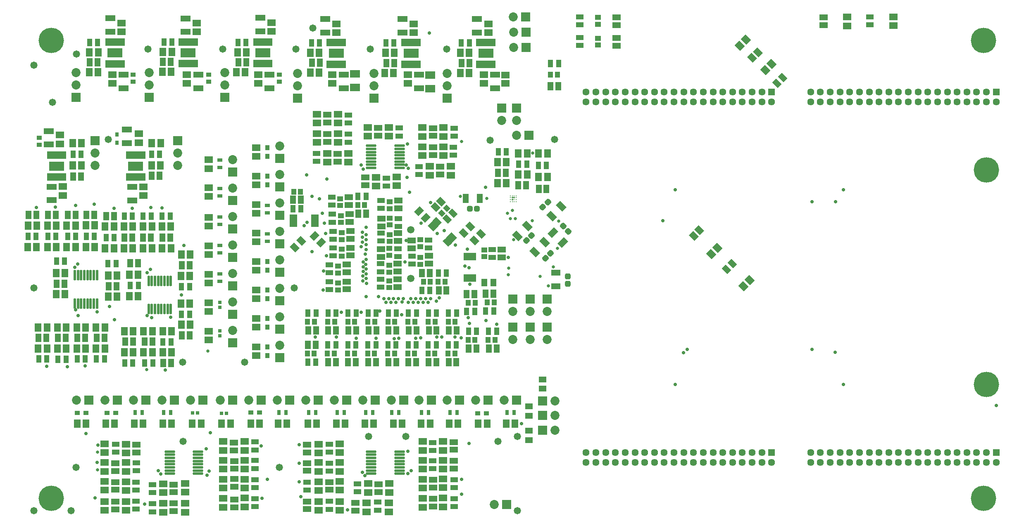
<source format=gbr>
G04*
G04 #@! TF.GenerationSoftware,Altium Limited,Altium Designer,22.4.2 (48)*
G04*
G04 Layer_Color=16711935*
%FSLAX25Y25*%
%MOIN*%
G70*
G04*
G04 #@! TF.SameCoordinates,2DCEC4E4-29E6-4739-8FF7-65C193B2F985*
G04*
G04*
G04 #@! TF.FilePolarity,Negative*
G04*
G01*
G75*
G04:AMPARAMS|DCode=29|XSize=62.72mil|YSize=43.83mil|CornerRadius=0mil|HoleSize=0mil|Usage=FLASHONLY|Rotation=135.000|XOffset=0mil|YOffset=0mil|HoleType=Round|Shape=Rectangle|*
%AMROTATEDRECTD29*
4,1,4,0.03767,-0.00668,0.00668,-0.03767,-0.03767,0.00668,-0.00668,0.03767,0.03767,-0.00668,0.0*
%
%ADD29ROTATEDRECTD29*%

G04:AMPARAMS|DCode=30|XSize=46.98mil|YSize=38.71mil|CornerRadius=0mil|HoleSize=0mil|Usage=FLASHONLY|Rotation=315.000|XOffset=0mil|YOffset=0mil|HoleType=Round|Shape=Rectangle|*
%AMROTATEDRECTD30*
4,1,4,-0.03029,0.00292,-0.00292,0.03029,0.03029,-0.00292,0.00292,-0.03029,-0.03029,0.00292,0.0*
%
%ADD30ROTATEDRECTD30*%

G04:AMPARAMS|DCode=31|XSize=65.87mil|YSize=48.16mil|CornerRadius=0mil|HoleSize=0mil|Usage=FLASHONLY|Rotation=315.000|XOffset=0mil|YOffset=0mil|HoleType=Round|Shape=Rectangle|*
%AMROTATEDRECTD31*
4,1,4,-0.04032,0.00626,-0.00626,0.04032,0.04032,-0.00626,0.00626,-0.04032,-0.04032,0.00626,0.0*
%
%ADD31ROTATEDRECTD31*%

%ADD35R,0.06587X0.04816*%
%ADD36R,0.06272X0.04383*%
%ADD37R,0.06509X0.05328*%
%ADD38R,0.04698X0.03871*%
%ADD39C,0.05906*%
%ADD40C,0.07296*%
%ADD41R,0.07296X0.07296*%
%ADD42R,0.07296X0.07296*%
%ADD43R,0.05678X0.05678*%
%ADD44C,0.05678*%
%ADD45C,0.02800*%
%ADD46C,0.20485*%
%ADD47C,0.02600*%
%ADD48C,0.05800*%
%ADD75C,0.00800*%
%ADD88R,0.03150X0.03543*%
%ADD89R,0.03543X0.03937*%
%ADD90R,0.02648X0.02707*%
%ADD91R,0.03937X0.02953*%
%ADD96R,0.02953X0.03937*%
%ADD97R,0.03937X0.03543*%
%ADD98R,0.02707X0.02648*%
%ADD113R,0.03871X0.04698*%
G04:AMPARAMS|DCode=114|XSize=65.09mil|YSize=53.28mil|CornerRadius=0mil|HoleSize=0mil|Usage=FLASHONLY|Rotation=315.000|XOffset=0mil|YOffset=0mil|HoleType=Round|Shape=Rectangle|*
%AMROTATEDRECTD114*
4,1,4,-0.04185,0.00418,-0.00418,0.04185,0.04185,-0.00418,0.00418,-0.04185,-0.04185,0.00418,0.0*
%
%ADD114ROTATEDRECTD114*%

%ADD115R,0.04816X0.06587*%
%ADD116R,0.04383X0.06272*%
%ADD117O,0.02178X0.08674*%
G04:AMPARAMS|DCode=118|XSize=63.12mil|YSize=19.81mil|CornerRadius=0mil|HoleSize=0mil|Usage=FLASHONLY|Rotation=135.000|XOffset=0mil|YOffset=0mil|HoleType=Round|Shape=Rectangle|*
%AMROTATEDRECTD118*
4,1,4,0.02932,-0.01531,0.01531,-0.02932,-0.02932,0.01531,-0.01531,0.02932,0.02932,-0.01531,0.0*
%
%ADD118ROTATEDRECTD118*%

G04:AMPARAMS|DCode=119|XSize=47.37mil|YSize=46.19mil|CornerRadius=13.55mil|HoleSize=0mil|Usage=FLASHONLY|Rotation=180.000|XOffset=0mil|YOffset=0mil|HoleType=Round|Shape=RoundedRectangle|*
%AMROUNDEDRECTD119*
21,1,0.04737,0.01909,0,0,180.0*
21,1,0.02028,0.04619,0,0,180.0*
1,1,0.02709,-0.01014,0.00955*
1,1,0.02709,0.01014,0.00955*
1,1,0.02709,0.01014,-0.00955*
1,1,0.02709,-0.01014,-0.00955*
%
%ADD119ROUNDEDRECTD119*%
%ADD120R,0.07965X0.05013*%
%ADD121R,0.07887X0.05918*%
%ADD122R,0.05131X0.07296*%
%ADD123R,0.06509X0.05524*%
G04:AMPARAMS|DCode=124|XSize=63.12mil|YSize=49.34mil|CornerRadius=0mil|HoleSize=0mil|Usage=FLASHONLY|Rotation=135.000|XOffset=0mil|YOffset=0mil|HoleType=Round|Shape=Rectangle|*
%AMROTATEDRECTD124*
4,1,4,0.03976,-0.00487,0.00487,-0.03976,-0.03976,0.00487,-0.00487,0.03976,0.03976,-0.00487,0.0*
%
%ADD124ROTATEDRECTD124*%

%ADD125R,0.04343X0.03359*%
%ADD126R,0.02572X0.06410*%
%ADD127R,0.12402X0.07702*%
%ADD128O,0.08674X0.02178*%
%ADD129R,0.01981X0.06312*%
%ADD130R,0.06312X0.01981*%
%ADD131R,0.05328X0.06509*%
%ADD132R,0.06312X0.04934*%
%ADD133R,0.04934X0.06312*%
G04:AMPARAMS|DCode=134|XSize=63.12mil|YSize=49.34mil|CornerRadius=0mil|HoleSize=0mil|Usage=FLASHONLY|Rotation=225.000|XOffset=0mil|YOffset=0mil|HoleType=Round|Shape=Rectangle|*
%AMROTATEDRECTD134*
4,1,4,0.00487,0.03976,0.03976,0.00487,-0.00487,-0.03976,-0.03976,-0.00487,0.00487,0.03976,0.0*
%
%ADD134ROTATEDRECTD134*%

G04:AMPARAMS|DCode=135|XSize=47.37mil|YSize=46.19mil|CornerRadius=13.55mil|HoleSize=0mil|Usage=FLASHONLY|Rotation=45.000|XOffset=0mil|YOffset=0mil|HoleType=Round|Shape=RoundedRectangle|*
%AMROUNDEDRECTD135*
21,1,0.04737,0.01909,0,0,45.0*
21,1,0.02028,0.04619,0,0,45.0*
1,1,0.02709,0.01392,0.00042*
1,1,0.02709,-0.00042,-0.01392*
1,1,0.02709,-0.01392,-0.00042*
1,1,0.02709,0.00042,0.01392*
%
%ADD135ROUNDEDRECTD135*%
G04:AMPARAMS|DCode=136|XSize=47.37mil|YSize=46.19mil|CornerRadius=13.55mil|HoleSize=0mil|Usage=FLASHONLY|Rotation=315.000|XOffset=0mil|YOffset=0mil|HoleType=Round|Shape=RoundedRectangle|*
%AMROUNDEDRECTD136*
21,1,0.04737,0.01909,0,0,315.0*
21,1,0.02028,0.04619,0,0,315.0*
1,1,0.02709,0.00042,-0.01392*
1,1,0.02709,-0.01392,0.00042*
1,1,0.02709,-0.00042,0.01392*
1,1,0.02709,0.01392,-0.00042*
%
%ADD136ROUNDEDRECTD136*%
G04:AMPARAMS|DCode=137|XSize=47.37mil|YSize=46.19mil|CornerRadius=13.55mil|HoleSize=0mil|Usage=FLASHONLY|Rotation=270.000|XOffset=0mil|YOffset=0mil|HoleType=Round|Shape=RoundedRectangle|*
%AMROUNDEDRECTD137*
21,1,0.04737,0.01909,0,0,270.0*
21,1,0.02028,0.04619,0,0,270.0*
1,1,0.02709,-0.00955,-0.01014*
1,1,0.02709,-0.00955,0.01014*
1,1,0.02709,0.00955,0.01014*
1,1,0.02709,0.00955,-0.01014*
%
%ADD137ROUNDEDRECTD137*%
G04:AMPARAMS|DCode=138|XSize=72.96mil|YSize=51.31mil|CornerRadius=0mil|HoleSize=0mil|Usage=FLASHONLY|Rotation=135.000|XOffset=0mil|YOffset=0mil|HoleType=Round|Shape=Rectangle|*
%AMROTATEDRECTD138*
4,1,4,0.04394,-0.00766,0.00766,-0.04394,-0.04394,0.00766,-0.00766,0.04394,0.04394,-0.00766,0.0*
%
%ADD138ROTATEDRECTD138*%

G04:AMPARAMS|DCode=139|XSize=72.96mil|YSize=51.31mil|CornerRadius=0mil|HoleSize=0mil|Usage=FLASHONLY|Rotation=45.000|XOffset=0mil|YOffset=0mil|HoleType=Round|Shape=Rectangle|*
%AMROTATEDRECTD139*
4,1,4,-0.00766,-0.04394,-0.04394,-0.00766,0.00766,0.04394,0.04394,0.00766,-0.00766,-0.04394,0.0*
%
%ADD139ROTATEDRECTD139*%

%ADD140R,0.07296X0.05131*%
%ADD141C,0.01400*%
D29*
X578283Y219783D02*
D03*
X573717Y215217D02*
D03*
X348430Y255805D02*
D03*
X352996Y260371D02*
D03*
X614424Y365478D02*
D03*
X618989Y370044D02*
D03*
D30*
X343977Y260454D02*
D03*
X347874Y264351D02*
D03*
D31*
X551727Y246727D02*
D03*
X547273Y242273D02*
D03*
X598934Y390488D02*
D03*
X594479Y386034D02*
D03*
X343389Y269768D02*
D03*
X338934Y265314D02*
D03*
D35*
X652000Y418799D02*
D03*
Y412500D02*
D03*
X336948Y313870D02*
D03*
Y307571D02*
D03*
X342780Y291690D02*
D03*
Y297990D02*
D03*
X251757Y340018D02*
D03*
Y333719D02*
D03*
X353791Y54130D02*
D03*
Y60429D02*
D03*
X336940Y329269D02*
D03*
Y322970D02*
D03*
X353791Y75599D02*
D03*
Y69300D02*
D03*
X336948Y38850D02*
D03*
Y45150D02*
D03*
Y23359D02*
D03*
Y29658D02*
D03*
X80754Y52056D02*
D03*
Y58355D02*
D03*
X235500Y58599D02*
D03*
Y52300D02*
D03*
X253408Y36988D02*
D03*
Y43287D02*
D03*
X235500Y21300D02*
D03*
Y27599D02*
D03*
X274254Y20143D02*
D03*
Y26443D02*
D03*
X176638Y22774D02*
D03*
Y29073D02*
D03*
Y39350D02*
D03*
Y45650D02*
D03*
X127750Y19850D02*
D03*
Y26150D02*
D03*
X80759Y21162D02*
D03*
Y27461D02*
D03*
X282250Y283130D02*
D03*
Y289429D02*
D03*
X127750Y34972D02*
D03*
Y41272D02*
D03*
X293092Y41588D02*
D03*
Y35288D02*
D03*
X251750Y324370D02*
D03*
Y318071D02*
D03*
X260067Y302265D02*
D03*
Y308564D02*
D03*
X292852Y329429D02*
D03*
Y323130D02*
D03*
X235500Y67020D02*
D03*
Y73319D02*
D03*
X97662Y67020D02*
D03*
Y73319D02*
D03*
X176500Y75237D02*
D03*
Y68938D02*
D03*
X80754Y36988D02*
D03*
Y43287D02*
D03*
X176638Y53992D02*
D03*
Y60291D02*
D03*
X485049Y395941D02*
D03*
Y402240D02*
D03*
Y412350D02*
D03*
Y418650D02*
D03*
X392294Y231096D02*
D03*
X392294Y224797D02*
D03*
X333625Y226008D02*
D03*
Y219709D02*
D03*
X319750Y232250D02*
D03*
Y238549D02*
D03*
X269142Y273482D02*
D03*
Y267183D02*
D03*
X308875Y270907D02*
D03*
Y264608D02*
D03*
X267250Y219008D02*
D03*
Y212709D02*
D03*
X295202Y256053D02*
D03*
Y249753D02*
D03*
X295000Y231563D02*
D03*
Y225264D02*
D03*
X267253Y205298D02*
D03*
Y198998D02*
D03*
X269537Y259766D02*
D03*
Y253467D02*
D03*
X270250Y232624D02*
D03*
Y226325D02*
D03*
X270250Y246008D02*
D03*
Y239709D02*
D03*
X308500Y207224D02*
D03*
Y200925D02*
D03*
Y213425D02*
D03*
Y219724D02*
D03*
X308750Y244549D02*
D03*
Y238250D02*
D03*
D36*
X455250Y402457D02*
D03*
Y396000D02*
D03*
Y419165D02*
D03*
Y412709D02*
D03*
X384750Y231291D02*
D03*
X384750Y224835D02*
D03*
X319875Y219492D02*
D03*
Y225949D02*
D03*
X333500Y238766D02*
D03*
Y232309D02*
D03*
X255392Y266967D02*
D03*
Y273423D02*
D03*
X295125Y264392D02*
D03*
Y270848D02*
D03*
X253500Y212492D02*
D03*
Y218949D02*
D03*
X308952Y249813D02*
D03*
Y256269D02*
D03*
X308750Y225323D02*
D03*
Y231780D02*
D03*
X253503Y198782D02*
D03*
Y205239D02*
D03*
X255787Y253250D02*
D03*
Y259707D02*
D03*
X256500Y226108D02*
D03*
Y232565D02*
D03*
X256500Y239492D02*
D03*
Y245949D02*
D03*
X294750Y200709D02*
D03*
Y207165D02*
D03*
Y219665D02*
D03*
Y213209D02*
D03*
X295000Y244490D02*
D03*
Y238034D02*
D03*
X689221Y412640D02*
D03*
Y419097D02*
D03*
X353448Y307492D02*
D03*
Y313949D02*
D03*
X325781Y298206D02*
D03*
Y291749D02*
D03*
X268757Y333503D02*
D03*
Y339959D02*
D03*
X336791Y60508D02*
D03*
Y54051D02*
D03*
X353940Y322754D02*
D03*
Y329210D02*
D03*
X336791Y68722D02*
D03*
Y75178D02*
D03*
X353948Y45102D02*
D03*
Y38645D02*
D03*
Y29756D02*
D03*
Y23300D02*
D03*
X97819Y58815D02*
D03*
Y52359D02*
D03*
X253250Y52115D02*
D03*
Y58572D02*
D03*
X235343Y43228D02*
D03*
Y36772D02*
D03*
X253250Y27678D02*
D03*
Y21221D02*
D03*
X292254Y27021D02*
D03*
Y20565D02*
D03*
X193246Y29756D02*
D03*
Y23300D02*
D03*
Y45228D02*
D03*
Y38772D02*
D03*
X110750Y25728D02*
D03*
Y19272D02*
D03*
X97509Y21359D02*
D03*
Y27815D02*
D03*
X299250Y288933D02*
D03*
Y282476D02*
D03*
X110750Y41213D02*
D03*
Y34756D02*
D03*
X276092Y35347D02*
D03*
Y41804D02*
D03*
X268750Y317854D02*
D03*
Y324311D02*
D03*
X243067Y308781D02*
D03*
Y302324D02*
D03*
X309852Y322913D02*
D03*
Y329370D02*
D03*
X253250Y73898D02*
D03*
Y67441D02*
D03*
X80912Y73898D02*
D03*
Y67441D02*
D03*
X193246Y69273D02*
D03*
Y75730D02*
D03*
X97509Y43228D02*
D03*
Y36772D02*
D03*
X193246Y60646D02*
D03*
Y54189D02*
D03*
D37*
X671000Y419043D02*
D03*
X671000Y411957D02*
D03*
X345448Y314264D02*
D03*
Y307177D02*
D03*
X334280Y291297D02*
D03*
Y298383D02*
D03*
X260257Y340412D02*
D03*
Y333325D02*
D03*
X345041Y53736D02*
D03*
Y60823D02*
D03*
X345440Y329663D02*
D03*
Y322576D02*
D03*
X345041Y75993D02*
D03*
Y68907D02*
D03*
Y38771D02*
D03*
Y45857D02*
D03*
Y23236D02*
D03*
Y30323D02*
D03*
X89250Y51906D02*
D03*
Y58992D02*
D03*
X261750Y51906D02*
D03*
Y58992D02*
D03*
X244750Y36457D02*
D03*
Y43543D02*
D03*
Y20406D02*
D03*
Y27492D02*
D03*
X301504Y19250D02*
D03*
Y26336D02*
D03*
X184991Y23236D02*
D03*
Y30323D02*
D03*
Y38457D02*
D03*
Y45543D02*
D03*
X119250Y18957D02*
D03*
Y26043D02*
D03*
X89255Y20406D02*
D03*
Y27492D02*
D03*
X291000Y282457D02*
D03*
Y289543D02*
D03*
X119250Y41823D02*
D03*
Y34736D02*
D03*
X284592Y41981D02*
D03*
Y34895D02*
D03*
X260250Y324764D02*
D03*
Y317677D02*
D03*
X251567Y301828D02*
D03*
Y308915D02*
D03*
X301352Y329822D02*
D03*
Y322736D02*
D03*
X244750Y73934D02*
D03*
Y66847D02*
D03*
X89250D02*
D03*
Y73934D02*
D03*
X184991Y75993D02*
D03*
Y68907D02*
D03*
X89250Y36457D02*
D03*
Y43543D02*
D03*
X184991Y53736D02*
D03*
Y60823D02*
D03*
X708500Y419087D02*
D03*
Y412000D02*
D03*
X328448Y314264D02*
D03*
Y307177D02*
D03*
X351280Y291297D02*
D03*
Y298383D02*
D03*
X243257Y340412D02*
D03*
Y333325D02*
D03*
X328750Y53736D02*
D03*
Y60823D02*
D03*
X328439Y329663D02*
D03*
Y322576D02*
D03*
X328750Y76037D02*
D03*
Y68950D02*
D03*
Y22965D02*
D03*
Y30052D02*
D03*
X72004Y51906D02*
D03*
Y58992D02*
D03*
X244750D02*
D03*
Y51906D02*
D03*
X261750Y36736D02*
D03*
Y43823D02*
D03*
Y20406D02*
D03*
Y27492D02*
D03*
X283254Y26336D02*
D03*
Y19250D02*
D03*
X167746Y22965D02*
D03*
Y30052D02*
D03*
Y38457D02*
D03*
Y45543D02*
D03*
X137000Y18957D02*
D03*
Y26043D02*
D03*
X72009Y20406D02*
D03*
Y27492D02*
D03*
X307750Y282736D02*
D03*
Y289823D02*
D03*
X137000Y35016D02*
D03*
Y42102D02*
D03*
X301592Y34895D02*
D03*
Y41981D02*
D03*
X243250Y324764D02*
D03*
Y317677D02*
D03*
X268567Y301828D02*
D03*
Y308915D02*
D03*
X284352Y329822D02*
D03*
Y322736D02*
D03*
X261750Y67126D02*
D03*
Y74213D02*
D03*
X72004Y67126D02*
D03*
Y74213D02*
D03*
X167746Y76037D02*
D03*
Y68950D02*
D03*
X72004Y36736D02*
D03*
Y43823D02*
D03*
X167746Y53736D02*
D03*
Y60823D02*
D03*
X206651Y407397D02*
D03*
Y414484D02*
D03*
X85823Y407104D02*
D03*
Y414191D02*
D03*
X259129Y406501D02*
D03*
Y413588D02*
D03*
X146500Y407006D02*
D03*
Y414092D02*
D03*
X321500Y406501D02*
D03*
Y413588D02*
D03*
X381646Y406501D02*
D03*
Y413588D02*
D03*
X38437Y274886D02*
D03*
Y281973D02*
D03*
X103250Y274736D02*
D03*
Y281823D02*
D03*
X196000Y372543D02*
D03*
Y365457D02*
D03*
X78500Y372543D02*
D03*
Y365457D02*
D03*
X255629Y372588D02*
D03*
Y365501D02*
D03*
X138500Y372543D02*
D03*
Y365457D02*
D03*
X316668Y372564D02*
D03*
Y365478D02*
D03*
X378000Y372564D02*
D03*
Y365478D02*
D03*
X35937Y323693D02*
D03*
Y316606D02*
D03*
X99658Y324693D02*
D03*
Y317606D02*
D03*
X194279Y145374D02*
D03*
Y152461D02*
D03*
Y168374D02*
D03*
Y175461D02*
D03*
Y191374D02*
D03*
Y198461D02*
D03*
Y214374D02*
D03*
Y221461D02*
D03*
Y260374D02*
D03*
Y267461D02*
D03*
X155927Y250022D02*
D03*
Y257109D02*
D03*
Y204022D02*
D03*
Y211109D02*
D03*
X194279Y237374D02*
D03*
Y244461D02*
D03*
X155927Y296566D02*
D03*
Y303652D02*
D03*
Y274022D02*
D03*
Y281109D02*
D03*
X194279Y283374D02*
D03*
Y290461D02*
D03*
Y306374D02*
D03*
Y313461D02*
D03*
X155927Y158022D02*
D03*
Y165109D02*
D03*
Y181022D02*
D03*
Y188109D02*
D03*
Y234109D02*
D03*
Y227022D02*
D03*
X328750Y38457D02*
D03*
Y45543D02*
D03*
D38*
X470000Y401847D02*
D03*
Y396335D02*
D03*
X470000Y418756D02*
D03*
X470000Y413244D02*
D03*
X378258Y225331D02*
D03*
X378258Y230843D02*
D03*
X326625Y219236D02*
D03*
Y224748D02*
D03*
X326750Y239022D02*
D03*
Y233510D02*
D03*
X262142Y266711D02*
D03*
Y272223D02*
D03*
X302125Y264136D02*
D03*
Y269648D02*
D03*
X260250Y212236D02*
D03*
Y217748D02*
D03*
X301952Y251013D02*
D03*
Y256525D02*
D03*
X301750Y226524D02*
D03*
Y232035D02*
D03*
X260253Y198526D02*
D03*
Y204038D02*
D03*
X262787Y252994D02*
D03*
Y258506D02*
D03*
X263250Y225852D02*
D03*
Y231364D02*
D03*
X263250Y239236D02*
D03*
Y244748D02*
D03*
X301750Y200453D02*
D03*
Y205965D02*
D03*
Y218465D02*
D03*
Y212953D02*
D03*
X302000Y237778D02*
D03*
Y243289D02*
D03*
D39*
X319000Y247022D02*
D03*
Y207652D02*
D03*
D40*
X130908Y299101D02*
D03*
Y309101D02*
D03*
X404452Y323500D02*
D03*
X169000Y374000D02*
D03*
Y364000D02*
D03*
X49000Y374000D02*
D03*
Y364000D02*
D03*
X227629Y363545D02*
D03*
Y373545D02*
D03*
X371500Y109337D02*
D03*
X213279Y153918D02*
D03*
Y176918D02*
D03*
Y199917D02*
D03*
Y222918D02*
D03*
X108000Y374000D02*
D03*
Y364000D02*
D03*
X394500Y109337D02*
D03*
X348500D02*
D03*
X325852D02*
D03*
X401889Y394428D02*
D03*
X401852Y418980D02*
D03*
X401886Y406819D02*
D03*
X404452Y335446D02*
D03*
X392452D02*
D03*
X386500Y25000D02*
D03*
X435505Y84983D02*
D03*
Y108913D02*
D03*
Y96983D02*
D03*
X72500Y109337D02*
D03*
X415422Y158615D02*
D03*
Y181139D02*
D03*
X401479D02*
D03*
Y158615D02*
D03*
X141500Y109337D02*
D03*
X165500D02*
D03*
X95500D02*
D03*
X118500D02*
D03*
X213279Y268917D02*
D03*
X175336Y257965D02*
D03*
X289500Y373500D02*
D03*
Y363500D02*
D03*
X348500Y373500D02*
D03*
Y363500D02*
D03*
X303500Y109337D02*
D03*
X175336Y211965D02*
D03*
X429103Y158615D02*
D03*
Y181139D02*
D03*
X213279Y245918D02*
D03*
X175336Y303965D02*
D03*
Y280965D02*
D03*
X64437Y299101D02*
D03*
Y309101D02*
D03*
X213279Y291917D02*
D03*
X49500Y109337D02*
D03*
X188500D02*
D03*
X280500D02*
D03*
X257500D02*
D03*
X234500D02*
D03*
X211500D02*
D03*
X213279Y314917D02*
D03*
X175336Y165965D02*
D03*
Y188965D02*
D03*
Y234965D02*
D03*
D41*
X130908Y319101D02*
D03*
X169000Y354000D02*
D03*
X49000D02*
D03*
X227629Y353545D02*
D03*
X213279Y143918D02*
D03*
Y166918D02*
D03*
Y189918D02*
D03*
Y212917D02*
D03*
X108000Y354000D02*
D03*
X404452Y345446D02*
D03*
X392452D02*
D03*
X415422Y168615D02*
D03*
Y191139D02*
D03*
X401479D02*
D03*
Y168615D02*
D03*
X213279Y258917D02*
D03*
X175336Y247965D02*
D03*
X289500Y353500D02*
D03*
X348500D02*
D03*
X175336Y201965D02*
D03*
X429103Y168615D02*
D03*
Y191139D02*
D03*
X213279Y235917D02*
D03*
X175336Y293965D02*
D03*
Y270965D02*
D03*
X64437Y319101D02*
D03*
X213279Y281918D02*
D03*
Y304918D02*
D03*
X175336Y155965D02*
D03*
Y178965D02*
D03*
Y224965D02*
D03*
D42*
X414452Y323500D02*
D03*
X381500Y109337D02*
D03*
X404500D02*
D03*
X358500D02*
D03*
X335852D02*
D03*
X411889Y394428D02*
D03*
X411852Y418980D02*
D03*
X411886Y406819D02*
D03*
X396500Y25000D02*
D03*
X425505Y84983D02*
D03*
Y108913D02*
D03*
Y96983D02*
D03*
X82500Y109337D02*
D03*
X151500D02*
D03*
X175500D02*
D03*
X105500D02*
D03*
X128500D02*
D03*
X313500D02*
D03*
X59500D02*
D03*
X198500D02*
D03*
X290500D02*
D03*
X267500D02*
D03*
X244500D02*
D03*
X221500D02*
D03*
D43*
X791227Y67088D02*
D03*
X610124Y358427D02*
D03*
X791227D02*
D03*
X610124Y67088D02*
D03*
D44*
X791227Y59214D02*
D03*
X783353Y67088D02*
D03*
Y59214D02*
D03*
X775479Y67088D02*
D03*
Y59214D02*
D03*
X767605Y67088D02*
D03*
Y59214D02*
D03*
X759731Y67088D02*
D03*
Y59214D02*
D03*
X751857Y67088D02*
D03*
Y59214D02*
D03*
X743983Y67088D02*
D03*
Y59214D02*
D03*
X736109Y67088D02*
D03*
Y59214D02*
D03*
X728235Y67088D02*
D03*
Y59214D02*
D03*
X720361Y67088D02*
D03*
Y59214D02*
D03*
X712487Y67088D02*
D03*
Y59214D02*
D03*
X704613Y67088D02*
D03*
Y59214D02*
D03*
X696739Y67088D02*
D03*
Y59214D02*
D03*
X688865Y67088D02*
D03*
Y59214D02*
D03*
X680991Y67088D02*
D03*
Y59214D02*
D03*
X673116Y67088D02*
D03*
Y59214D02*
D03*
X665242Y67088D02*
D03*
Y59214D02*
D03*
X657368Y67088D02*
D03*
Y59214D02*
D03*
X649494Y67088D02*
D03*
Y59214D02*
D03*
X641620Y67088D02*
D03*
Y59214D02*
D03*
X610124Y350553D02*
D03*
X602250Y358427D02*
D03*
Y350553D02*
D03*
X594376Y358427D02*
D03*
Y350553D02*
D03*
X586502Y358427D02*
D03*
Y350553D02*
D03*
X578628Y358427D02*
D03*
Y350553D02*
D03*
X570754Y358427D02*
D03*
Y350553D02*
D03*
X562880Y358427D02*
D03*
Y350553D02*
D03*
X555006Y358427D02*
D03*
Y350553D02*
D03*
X547132Y358427D02*
D03*
Y350553D02*
D03*
X539258Y358427D02*
D03*
Y350553D02*
D03*
X531384Y358427D02*
D03*
Y350553D02*
D03*
X523510Y358427D02*
D03*
Y350553D02*
D03*
X515636Y358427D02*
D03*
Y350553D02*
D03*
X507762Y358427D02*
D03*
Y350553D02*
D03*
X499888Y358427D02*
D03*
Y350553D02*
D03*
X492014Y358427D02*
D03*
Y350553D02*
D03*
X484140Y358427D02*
D03*
Y350553D02*
D03*
X476266Y358427D02*
D03*
Y350553D02*
D03*
X468392Y358427D02*
D03*
Y350553D02*
D03*
X460518Y358427D02*
D03*
Y350553D02*
D03*
X791227D02*
D03*
X783353Y358427D02*
D03*
Y350553D02*
D03*
X775479Y358427D02*
D03*
Y350553D02*
D03*
X767605Y358427D02*
D03*
Y350553D02*
D03*
X759731Y358427D02*
D03*
Y350553D02*
D03*
X751857Y358427D02*
D03*
Y350553D02*
D03*
X743983Y358427D02*
D03*
Y350553D02*
D03*
X736109Y358427D02*
D03*
Y350553D02*
D03*
X728235Y358427D02*
D03*
Y350553D02*
D03*
X720361Y358427D02*
D03*
Y350553D02*
D03*
X712487Y358427D02*
D03*
Y350553D02*
D03*
X704613Y358427D02*
D03*
Y350553D02*
D03*
X696739Y358427D02*
D03*
Y350553D02*
D03*
X688865Y358427D02*
D03*
Y350553D02*
D03*
X680991Y358427D02*
D03*
Y350553D02*
D03*
X673116Y358427D02*
D03*
Y350553D02*
D03*
X665242Y358427D02*
D03*
Y350553D02*
D03*
X657368Y358427D02*
D03*
Y350553D02*
D03*
X649494Y358427D02*
D03*
Y350553D02*
D03*
X641620Y358427D02*
D03*
Y350553D02*
D03*
X460518Y59214D02*
D03*
Y67088D02*
D03*
X468392Y59214D02*
D03*
Y67088D02*
D03*
X476266Y59214D02*
D03*
Y67088D02*
D03*
X484140Y59214D02*
D03*
Y67088D02*
D03*
X492014Y59214D02*
D03*
Y67088D02*
D03*
X499888Y59214D02*
D03*
Y67088D02*
D03*
X507762Y59214D02*
D03*
Y67088D02*
D03*
X515636Y59214D02*
D03*
Y67088D02*
D03*
X523510Y59214D02*
D03*
Y67088D02*
D03*
X531384Y59214D02*
D03*
Y67088D02*
D03*
X539258Y59214D02*
D03*
Y67088D02*
D03*
X547132Y59214D02*
D03*
Y67088D02*
D03*
X555006Y59214D02*
D03*
Y67088D02*
D03*
X562880Y59214D02*
D03*
Y67088D02*
D03*
X570754Y59214D02*
D03*
Y67088D02*
D03*
X578628Y59214D02*
D03*
Y67088D02*
D03*
X586502Y59214D02*
D03*
Y67088D02*
D03*
X594376Y59214D02*
D03*
Y67088D02*
D03*
X602250Y59214D02*
D03*
Y67088D02*
D03*
X610124Y59214D02*
D03*
D45*
X532427Y279549D02*
D03*
X668160D02*
D03*
Y122069D02*
D03*
X532427D02*
D03*
X317050Y296766D02*
D03*
X522425Y254500D02*
D03*
X109877Y176000D02*
D03*
X280700Y296000D02*
D03*
X791500Y105000D02*
D03*
X280000Y51000D02*
D03*
X282000Y48500D02*
D03*
X106500Y177700D02*
D03*
X48535Y182454D02*
D03*
X106411Y212512D02*
D03*
X316221Y316400D02*
D03*
X66035Y180754D02*
D03*
X542041Y150568D02*
D03*
X408500Y90500D02*
D03*
X157500Y83000D02*
D03*
X66571Y73082D02*
D03*
X66000Y59000D02*
D03*
X57000Y82500D02*
D03*
X339574Y189569D02*
D03*
X282854Y219292D02*
D03*
X229000Y58500D02*
D03*
X115497Y52469D02*
D03*
X117379Y49889D02*
D03*
X397755Y224817D02*
D03*
X379315Y281315D02*
D03*
X315500Y299500D02*
D03*
X335000Y269000D02*
D03*
X63638Y267900D02*
D03*
X235000Y291500D02*
D03*
X76000Y185000D02*
D03*
X388500Y170837D02*
D03*
X316000Y289500D02*
D03*
X283206Y203783D02*
D03*
X283000Y207647D02*
D03*
X263000Y180337D02*
D03*
X283000Y193237D02*
D03*
X293000D02*
D03*
X280407Y205812D02*
D03*
X283000Y231252D02*
D03*
X282428Y227328D02*
D03*
X318000Y277500D02*
D03*
X245400Y272100D02*
D03*
X366694Y203237D02*
D03*
X345918Y246477D02*
D03*
X282929Y235282D02*
D03*
X297415Y191337D02*
D03*
X301367D02*
D03*
X50839Y177804D02*
D03*
X108896Y214999D02*
D03*
X316591Y50160D02*
D03*
X154000Y70191D02*
D03*
X642796Y269751D02*
D03*
X362702Y217635D02*
D03*
X366000Y216500D02*
D03*
X364668Y231299D02*
D03*
X340500Y244000D02*
D03*
X327194Y252443D02*
D03*
X355176Y234889D02*
D03*
X314500Y221000D02*
D03*
X342000Y192254D02*
D03*
X335000Y191337D02*
D03*
X330900D02*
D03*
X251500Y288000D02*
D03*
X249500Y252500D02*
D03*
X233161Y250532D02*
D03*
X235500Y253000D02*
D03*
X239500Y274000D02*
D03*
X247672Y260438D02*
D03*
X250500Y244000D02*
D03*
X239500Y229500D02*
D03*
X280599Y213422D02*
D03*
X251023Y226194D02*
D03*
X283011Y248979D02*
D03*
X298980Y188317D02*
D03*
X303187Y188337D02*
D03*
X305167Y191337D02*
D03*
X307108Y188337D02*
D03*
X309049Y191337D02*
D03*
X311991Y188846D02*
D03*
X313026Y191337D02*
D03*
X248503Y198388D02*
D03*
X248536Y213948D02*
D03*
X317084Y188420D02*
D03*
X329000Y188337D02*
D03*
X333000D02*
D03*
X283000Y215389D02*
D03*
X154546Y48841D02*
D03*
X279169Y233395D02*
D03*
X198500Y72500D02*
D03*
X661500Y148000D02*
D03*
X279000Y299500D02*
D03*
X642629Y150356D02*
D03*
X661696Y269751D02*
D03*
X366500Y171337D02*
D03*
X359699Y159852D02*
D03*
X365400Y176058D02*
D03*
X354600Y160615D02*
D03*
X379570Y173812D02*
D03*
X315500Y238500D02*
D03*
X334000Y406000D02*
D03*
X360000Y33500D02*
D03*
X283011Y243074D02*
D03*
Y239137D02*
D03*
X48602Y266900D02*
D03*
X79721Y264400D02*
D03*
X283000Y223247D02*
D03*
X280105Y245064D02*
D03*
Y241127D02*
D03*
X109500Y265000D02*
D03*
X118430Y264683D02*
D03*
X136000Y234500D02*
D03*
X94500Y264500D02*
D03*
X125522Y176522D02*
D03*
X134000Y194500D02*
D03*
X56500Y137000D02*
D03*
X50433Y219424D02*
D03*
X47964Y216920D02*
D03*
X80051Y174449D02*
D03*
X32500Y265500D02*
D03*
X25464Y136858D02*
D03*
X17000Y265000D02*
D03*
X42051Y136449D02*
D03*
X319000Y191337D02*
D03*
X326937Y191400D02*
D03*
X323000Y191337D02*
D03*
X280599Y221296D02*
D03*
X64500Y30500D02*
D03*
X120900Y133721D02*
D03*
X229000Y73500D02*
D03*
X203386Y45323D02*
D03*
X199000Y30000D02*
D03*
X104500Y25500D02*
D03*
X268000Y20694D02*
D03*
X156214Y52162D02*
D03*
X229000Y43500D02*
D03*
X230500Y31500D02*
D03*
X366000Y74500D02*
D03*
X360000Y45500D02*
D03*
X319191Y52549D02*
D03*
X316591Y68160D02*
D03*
X344000Y160337D02*
D03*
X327000Y159837D02*
D03*
X309500Y159337D02*
D03*
X323000D02*
D03*
X280105Y237190D02*
D03*
X280599Y217231D02*
D03*
X283000Y211580D02*
D03*
X280313Y209739D02*
D03*
X311557Y178537D02*
D03*
X294000Y181437D02*
D03*
X325000Y188337D02*
D03*
X321000D02*
D03*
X305600Y159234D02*
D03*
X279000Y180337D02*
D03*
X259000Y160337D02*
D03*
X340000D02*
D03*
X291000Y159337D02*
D03*
X275000D02*
D03*
X242000Y160337D02*
D03*
X538941Y147768D02*
D03*
D46*
X783353Y122206D02*
D03*
Y295435D02*
D03*
X29000Y400000D02*
D03*
Y30000D02*
D03*
X781000D02*
D03*
Y400000D02*
D03*
D47*
X401000Y262800D02*
D03*
X397000Y260500D02*
D03*
X66500Y53000D02*
D03*
Y67500D02*
D03*
X403500Y256000D02*
D03*
X106000Y134000D02*
D03*
X360000Y318418D02*
D03*
X417500Y309000D02*
D03*
X155500Y149073D02*
D03*
X399300Y256200D02*
D03*
X438491Y253991D02*
D03*
X417000Y254500D02*
D03*
X437337Y232242D02*
D03*
X397582Y210929D02*
D03*
X398181Y216046D02*
D03*
X402000Y239000D02*
D03*
X423500Y209500D02*
D03*
X430071Y201918D02*
D03*
X434000Y217000D02*
D03*
X380500Y272500D02*
D03*
X359000Y274000D02*
D03*
D48*
X348000Y393000D02*
D03*
X185000Y140000D02*
D03*
X435000Y320000D02*
D03*
X405000Y80000D02*
D03*
Y20000D02*
D03*
X315000Y80000D02*
D03*
X285000D02*
D03*
X240000Y410000D02*
D03*
X225000Y200000D02*
D03*
X135000Y140000D02*
D03*
X75000Y320000D02*
D03*
X45000Y20000D02*
D03*
X15000Y380000D02*
D03*
X30000Y350000D02*
D03*
X15000Y200000D02*
D03*
Y20000D02*
D03*
X135495Y76000D02*
D03*
X389500D02*
D03*
X213000Y55000D02*
D03*
X383000Y319500D02*
D03*
X286500Y393000D02*
D03*
X49500Y389000D02*
D03*
X107000Y393000D02*
D03*
X167500D02*
D03*
X226500D02*
D03*
X49000Y55000D02*
D03*
D75*
X404075Y274575D02*
D03*
X402500D02*
D03*
X400925Y274575D02*
D03*
X404075Y273000D02*
D03*
X402500D02*
D03*
X400925D02*
D03*
X399350D02*
D03*
X404075Y271425D02*
D03*
X402500D02*
D03*
X400925D02*
D03*
X399350D02*
D03*
X404075Y269850D02*
D03*
X402500Y269850D02*
D03*
X400925D02*
D03*
X399350Y269850D02*
D03*
Y274575D02*
D03*
D88*
X82158Y317303D02*
D03*
Y323996D02*
D03*
D89*
X203279Y306374D02*
D03*
Y313461D02*
D03*
Y145374D02*
D03*
Y152461D02*
D03*
Y168374D02*
D03*
Y175461D02*
D03*
Y191374D02*
D03*
Y198461D02*
D03*
Y214374D02*
D03*
Y221461D02*
D03*
Y283374D02*
D03*
Y290461D02*
D03*
D90*
X165000Y184476D02*
D03*
Y188524D02*
D03*
Y161476D02*
D03*
Y165524D02*
D03*
D91*
X164927Y228613D02*
D03*
Y234518D02*
D03*
X203279Y266870D02*
D03*
Y260965D02*
D03*
X164927Y257518D02*
D03*
Y251613D02*
D03*
Y211518D02*
D03*
Y205613D02*
D03*
X203279Y243870D02*
D03*
Y237965D02*
D03*
X164927Y303518D02*
D03*
Y297613D02*
D03*
Y280518D02*
D03*
Y274613D02*
D03*
D96*
X396547Y99337D02*
D03*
X402453D02*
D03*
X350547D02*
D03*
X356453D02*
D03*
X327547D02*
D03*
X333453D02*
D03*
X102453D02*
D03*
X96547D02*
D03*
X119547D02*
D03*
X125453D02*
D03*
X303547D02*
D03*
X309453D02*
D03*
X282547D02*
D03*
X288453D02*
D03*
X259547D02*
D03*
X265453D02*
D03*
X236547D02*
D03*
X242453D02*
D03*
X212547D02*
D03*
X218453D02*
D03*
D97*
X380043Y98943D02*
D03*
X372957D02*
D03*
X81043Y98972D02*
D03*
X73957D02*
D03*
X57043D02*
D03*
X49957D02*
D03*
X197043Y99337D02*
D03*
X189957D02*
D03*
D98*
X147024Y99000D02*
D03*
X142976D02*
D03*
X170500Y98654D02*
D03*
X166452D02*
D03*
D113*
X252019Y172943D02*
D03*
X257530D02*
D03*
X235812D02*
D03*
X241324D02*
D03*
X316845D02*
D03*
X322357D02*
D03*
X333051D02*
D03*
X338563D02*
D03*
X349258D02*
D03*
X354770D02*
D03*
X284432D02*
D03*
X289944D02*
D03*
X300638D02*
D03*
X306150D02*
D03*
X431744Y372500D02*
D03*
X437256D02*
D03*
X224573Y277920D02*
D03*
X230085D02*
D03*
X329211Y205000D02*
D03*
X334722D02*
D03*
X346563Y205199D02*
D03*
X341051D02*
D03*
X305965Y147087D02*
D03*
X300453D02*
D03*
X289758D02*
D03*
X284246D02*
D03*
X273552D02*
D03*
X268040D02*
D03*
X257345D02*
D03*
X251833D02*
D03*
X365347Y187993D02*
D03*
X370859D02*
D03*
X380703Y188307D02*
D03*
X386215D02*
D03*
X322171Y147087D02*
D03*
X316659D02*
D03*
X273737Y172943D02*
D03*
X268225D02*
D03*
X370799Y158087D02*
D03*
X365288D02*
D03*
X387006D02*
D03*
X381494D02*
D03*
X338378Y147087D02*
D03*
X332866D02*
D03*
X354584D02*
D03*
X349072D02*
D03*
X276228Y267000D02*
D03*
X281740D02*
D03*
X241138Y147087D02*
D03*
X235627D02*
D03*
D114*
X592506Y206505D02*
D03*
X587495Y201495D02*
D03*
X566505Y232505D02*
D03*
X561494Y227495D02*
D03*
X609887Y381074D02*
D03*
X604876Y376063D02*
D03*
X589413Y400757D02*
D03*
X584402Y395746D02*
D03*
D115*
X438150Y363000D02*
D03*
X431850D02*
D03*
X412008Y283250D02*
D03*
X405709D02*
D03*
X428512Y280000D02*
D03*
X422213D02*
D03*
X81650Y201500D02*
D03*
X75350D02*
D03*
X186222Y382443D02*
D03*
X179923D02*
D03*
X245629Y382094D02*
D03*
X239330D02*
D03*
X66400Y382549D02*
D03*
X60100D02*
D03*
X125362Y382750D02*
D03*
X119063D02*
D03*
X305775Y381932D02*
D03*
X299475D02*
D03*
X366361Y381932D02*
D03*
X360062D02*
D03*
X46787Y290000D02*
D03*
X53087D02*
D03*
X116277Y290744D02*
D03*
X109977D02*
D03*
X88850Y156658D02*
D03*
X95150D02*
D03*
X104350D02*
D03*
X110650D02*
D03*
X125650Y139500D02*
D03*
X119350D02*
D03*
X140650Y161843D02*
D03*
X134350D02*
D03*
X124929Y240750D02*
D03*
X118630D02*
D03*
X10850Y259092D02*
D03*
X17150D02*
D03*
X92701Y220000D02*
D03*
X99000D02*
D03*
X33350Y203500D02*
D03*
X39650D02*
D03*
X57350Y259092D02*
D03*
X63650D02*
D03*
X50050Y159746D02*
D03*
X56349D02*
D03*
X103071Y240750D02*
D03*
X109370D02*
D03*
X42350Y259092D02*
D03*
X48650D02*
D03*
X26350D02*
D03*
X32650D02*
D03*
X140650Y218500D02*
D03*
X134350D02*
D03*
X389471Y293254D02*
D03*
X395770D02*
D03*
X88144Y240750D02*
D03*
X94443D02*
D03*
X73350Y258092D02*
D03*
X79650D02*
D03*
X71870Y159750D02*
D03*
X65571D02*
D03*
X18850Y159746D02*
D03*
X25150D02*
D03*
X40650D02*
D03*
X34350D02*
D03*
X230479Y271420D02*
D03*
X224180Y271420D02*
D03*
X334250Y212000D02*
D03*
X327951D02*
D03*
X341524Y198199D02*
D03*
X347823D02*
D03*
X300925Y140087D02*
D03*
X307224D02*
D03*
X284719D02*
D03*
X291018D02*
D03*
X268512D02*
D03*
X274811D02*
D03*
X252306D02*
D03*
X258605D02*
D03*
X370386Y194993D02*
D03*
X364087D02*
D03*
X385742Y195307D02*
D03*
X379443D02*
D03*
X349730Y165943D02*
D03*
X356030D02*
D03*
X333524D02*
D03*
X339823D02*
D03*
X317132Y140087D02*
D03*
X323431D02*
D03*
X301111Y165943D02*
D03*
X307410D02*
D03*
X284904D02*
D03*
X291203D02*
D03*
X268698D02*
D03*
X274997D02*
D03*
X252491D02*
D03*
X258790D02*
D03*
X365760Y151087D02*
D03*
X372059D02*
D03*
X381967D02*
D03*
X388266D02*
D03*
X333338Y140087D02*
D03*
X339638D02*
D03*
X349545D02*
D03*
X355844D02*
D03*
X283000Y260250D02*
D03*
X276701D02*
D03*
X317317Y165943D02*
D03*
X323617D02*
D03*
X236099Y154087D02*
D03*
X242398D02*
D03*
X236284Y165943D02*
D03*
X242584D02*
D03*
D116*
X438228Y381500D02*
D03*
X431772D02*
D03*
X224061Y264218D02*
D03*
X230517D02*
D03*
X328010Y198000D02*
D03*
X334467D02*
D03*
X347764Y212199D02*
D03*
X341307D02*
D03*
X307165Y154087D02*
D03*
X300709D02*
D03*
X290959D02*
D03*
X284502D02*
D03*
X274752D02*
D03*
X268296D02*
D03*
X258546D02*
D03*
X252089D02*
D03*
X364146Y180993D02*
D03*
X370603D02*
D03*
X379502Y181307D02*
D03*
X385959D02*
D03*
X355971Y179943D02*
D03*
X349514D02*
D03*
X339764D02*
D03*
X333307D02*
D03*
X323372Y154087D02*
D03*
X316915D02*
D03*
X307351Y179943D02*
D03*
X300894D02*
D03*
X291144D02*
D03*
X284688D02*
D03*
X274938D02*
D03*
X268481D02*
D03*
X258731D02*
D03*
X252275D02*
D03*
X372000Y165087D02*
D03*
X365544D02*
D03*
X388207D02*
D03*
X381750D02*
D03*
X339579Y154087D02*
D03*
X333122D02*
D03*
X355785D02*
D03*
X349328D02*
D03*
X276484Y274000D02*
D03*
X282941D02*
D03*
X323557Y179943D02*
D03*
X317101D02*
D03*
X242339Y140087D02*
D03*
X235882D02*
D03*
X242525Y179943D02*
D03*
X236068D02*
D03*
X406130Y300250D02*
D03*
X412587Y300250D02*
D03*
X421996Y299250D02*
D03*
X428453Y299250D02*
D03*
X81228Y219657D02*
D03*
X74772D02*
D03*
X179702Y398493D02*
D03*
X186159D02*
D03*
X238900Y398094D02*
D03*
X245357D02*
D03*
X60022Y398549D02*
D03*
X66478D02*
D03*
X119992Y398799D02*
D03*
X126449D02*
D03*
X298897Y398026D02*
D03*
X305353D02*
D03*
X359833Y398026D02*
D03*
X366290D02*
D03*
X53027Y308244D02*
D03*
X46571D02*
D03*
X109899Y308244D02*
D03*
X116355D02*
D03*
X94728Y139342D02*
D03*
X88272D02*
D03*
X110866D02*
D03*
X104409D02*
D03*
X119134Y156500D02*
D03*
X125591D02*
D03*
X134134Y178842D02*
D03*
X140591D02*
D03*
X118413Y258250D02*
D03*
X124870D02*
D03*
X16795Y241908D02*
D03*
X10339D02*
D03*
X99217Y202157D02*
D03*
X92760D02*
D03*
X39728Y221657D02*
D03*
X33272D02*
D03*
X63728Y241908D02*
D03*
X57272D02*
D03*
X56428Y142746D02*
D03*
X49971D02*
D03*
X109587Y258250D02*
D03*
X103130D02*
D03*
X48728Y241908D02*
D03*
X42272D02*
D03*
X32728D02*
D03*
X26272D02*
D03*
X134134Y201000D02*
D03*
X140591D02*
D03*
X389530Y310254D02*
D03*
X395987Y310254D02*
D03*
X94522Y258250D02*
D03*
X88065D02*
D03*
X79728Y240908D02*
D03*
X73272D02*
D03*
X65492Y142750D02*
D03*
X71949D02*
D03*
X25366Y142746D02*
D03*
X18909D02*
D03*
X34409Y142500D02*
D03*
X40866D02*
D03*
D117*
X65957Y187583D02*
D03*
X63398D02*
D03*
X60839D02*
D03*
X58280D02*
D03*
X55721D02*
D03*
X53161D02*
D03*
X50602D02*
D03*
X48043D02*
D03*
X63398Y210417D02*
D03*
X60839D02*
D03*
X58280D02*
D03*
X55721D02*
D03*
X53161D02*
D03*
X50602D02*
D03*
X48043D02*
D03*
X65957D02*
D03*
X107543Y205917D02*
D03*
X110102D02*
D03*
X112661D02*
D03*
X115220D02*
D03*
X117780D02*
D03*
X120339D02*
D03*
X122898D02*
D03*
X125457D02*
D03*
X107543Y183083D02*
D03*
X110102D02*
D03*
X112661D02*
D03*
X115220D02*
D03*
X117780D02*
D03*
X120339D02*
D03*
X122898D02*
D03*
X125457D02*
D03*
D118*
X353424Y242123D02*
D03*
X352032Y240731D02*
D03*
X350640Y239339D02*
D03*
X349248Y237948D02*
D03*
X347856Y236556D02*
D03*
X335607Y248805D02*
D03*
X336999Y250197D02*
D03*
X338391Y251589D02*
D03*
X339783Y252980D02*
D03*
X341175Y254372D02*
D03*
D119*
X372394Y264000D02*
D03*
X366606D02*
D03*
D120*
X90158Y317217D02*
D03*
Y328083D02*
D03*
X197651Y407594D02*
D03*
Y418460D02*
D03*
X76823Y407148D02*
D03*
Y418014D02*
D03*
X250129Y406567D02*
D03*
Y417433D02*
D03*
X137500Y407049D02*
D03*
Y417915D02*
D03*
X312500Y406567D02*
D03*
Y417433D02*
D03*
X372500Y406567D02*
D03*
Y417433D02*
D03*
X29437Y271067D02*
D03*
Y281933D02*
D03*
X94342Y270917D02*
D03*
Y281783D02*
D03*
X205000Y372433D02*
D03*
Y361567D02*
D03*
X87500Y372433D02*
D03*
Y361567D02*
D03*
X265129Y372478D02*
D03*
Y361612D02*
D03*
X147605Y372433D02*
D03*
Y361567D02*
D03*
X325668Y372410D02*
D03*
Y361543D02*
D03*
X387000Y372410D02*
D03*
Y361543D02*
D03*
X26937Y326933D02*
D03*
Y316067D02*
D03*
D121*
X334668Y361009D02*
D03*
Y372033D02*
D03*
X274129Y373057D02*
D03*
Y362033D02*
D03*
D122*
X374610Y272500D02*
D03*
X363390D02*
D03*
D123*
X395246Y372230D02*
D03*
Y365537D02*
D03*
D124*
X225355Y232855D02*
D03*
X230645Y238145D02*
D03*
X370449Y238518D02*
D03*
X375738Y243808D02*
D03*
X361800Y244346D02*
D03*
X367090Y249636D02*
D03*
D125*
X19437Y315646D02*
D03*
Y321354D02*
D03*
X213000Y372354D02*
D03*
Y366646D02*
D03*
X95000Y372354D02*
D03*
Y366646D02*
D03*
X156000Y372354D02*
D03*
Y366646D02*
D03*
D126*
X103556Y289892D02*
D03*
X100997D02*
D03*
X98438D02*
D03*
X95879D02*
D03*
X93319D02*
D03*
X90760D02*
D03*
Y307309D02*
D03*
X93319D02*
D03*
X95879D02*
D03*
X98438D02*
D03*
X100997D02*
D03*
X103556D02*
D03*
X193253Y398753D02*
D03*
X195812D02*
D03*
X198372D02*
D03*
X200931D02*
D03*
X203490D02*
D03*
X206049D02*
D03*
Y381336D02*
D03*
X203490D02*
D03*
X200931D02*
D03*
X198372D02*
D03*
X195812D02*
D03*
X193253D02*
D03*
X74102Y398709D02*
D03*
X76661D02*
D03*
X79220D02*
D03*
X81779D02*
D03*
X84339D02*
D03*
X86898D02*
D03*
Y381291D02*
D03*
X84339D02*
D03*
X81779D02*
D03*
X79220D02*
D03*
X76661D02*
D03*
X74102D02*
D03*
X252511Y398358D02*
D03*
X255070D02*
D03*
X257629D02*
D03*
X260188D02*
D03*
X262747D02*
D03*
X265306D02*
D03*
Y380940D02*
D03*
X262747D02*
D03*
X260188D02*
D03*
X257629D02*
D03*
X255070D02*
D03*
X252511D02*
D03*
X133102Y398753D02*
D03*
X135661D02*
D03*
X138221D02*
D03*
X140779D02*
D03*
X143339D02*
D03*
X145898D02*
D03*
Y381336D02*
D03*
X143339D02*
D03*
X140779D02*
D03*
X138221D02*
D03*
X135661D02*
D03*
X133102D02*
D03*
X312800Y380940D02*
D03*
X315359D02*
D03*
X317918D02*
D03*
X320477D02*
D03*
X323037D02*
D03*
X325595D02*
D03*
Y398358D02*
D03*
X323037D02*
D03*
X320477D02*
D03*
X317918D02*
D03*
X315359D02*
D03*
X312800D02*
D03*
X373164Y380940D02*
D03*
X375723D02*
D03*
X378282D02*
D03*
X380841D02*
D03*
X383400D02*
D03*
X385959D02*
D03*
Y398358D02*
D03*
X383400D02*
D03*
X380841D02*
D03*
X378282D02*
D03*
X375723D02*
D03*
X373164D02*
D03*
X39835Y289892D02*
D03*
X37276D02*
D03*
X34716D02*
D03*
X32157D02*
D03*
X29598D02*
D03*
X27039D02*
D03*
Y307309D02*
D03*
X29598D02*
D03*
X32157D02*
D03*
X34716D02*
D03*
X37276D02*
D03*
X39835D02*
D03*
D127*
X97158Y298601D02*
D03*
X199651Y390045D02*
D03*
X80500Y390000D02*
D03*
X258908Y389649D02*
D03*
X139500Y390045D02*
D03*
X319198Y389649D02*
D03*
X379562Y389649D02*
D03*
X33437Y298601D02*
D03*
D128*
X287185Y297122D02*
D03*
Y299681D02*
D03*
Y302240D02*
D03*
Y304799D02*
D03*
Y307358D02*
D03*
Y309917D02*
D03*
Y312476D02*
D03*
Y315035D02*
D03*
X310020Y297122D02*
D03*
Y299681D02*
D03*
Y302240D02*
D03*
Y304799D02*
D03*
Y307358D02*
D03*
Y309917D02*
D03*
Y312476D02*
D03*
Y315035D02*
D03*
X310008Y67957D02*
D03*
Y65398D02*
D03*
Y62839D02*
D03*
Y60280D02*
D03*
Y57721D02*
D03*
Y55161D02*
D03*
Y52602D02*
D03*
Y50043D02*
D03*
X287173Y67957D02*
D03*
Y65398D02*
D03*
Y62839D02*
D03*
Y60280D02*
D03*
Y57721D02*
D03*
Y55161D02*
D03*
Y52602D02*
D03*
Y50043D02*
D03*
X147417Y67957D02*
D03*
Y65398D02*
D03*
Y62839D02*
D03*
Y60280D02*
D03*
Y57721D02*
D03*
Y55161D02*
D03*
Y52602D02*
D03*
Y50043D02*
D03*
X124583Y67957D02*
D03*
Y65398D02*
D03*
Y62839D02*
D03*
Y60280D02*
D03*
Y57721D02*
D03*
Y55161D02*
D03*
Y52602D02*
D03*
Y50043D02*
D03*
D129*
X370569Y225563D02*
D03*
X368601D02*
D03*
X366632D02*
D03*
X364664D02*
D03*
X362695D02*
D03*
Y208240D02*
D03*
X364664D02*
D03*
X366632D02*
D03*
X368601D02*
D03*
X370569D02*
D03*
D130*
X241823Y258405D02*
D03*
X241823Y256437D02*
D03*
Y254468D02*
D03*
Y252500D02*
D03*
X241823Y250532D02*
D03*
X224500Y250532D02*
D03*
Y252500D02*
D03*
Y254468D02*
D03*
Y256437D02*
D03*
X224500Y258405D02*
D03*
D131*
X412902Y291750D02*
D03*
X405815D02*
D03*
X429264Y289750D02*
D03*
X422177Y289750D02*
D03*
X82043Y210147D02*
D03*
X74957D02*
D03*
X186474Y390440D02*
D03*
X179387D02*
D03*
X245172Y390045D02*
D03*
X238086D02*
D03*
X66913Y390497D02*
D03*
X59827D02*
D03*
X126264Y390747D02*
D03*
X119177D02*
D03*
X305668Y389976D02*
D03*
X298582D02*
D03*
X366105Y389976D02*
D03*
X359018D02*
D03*
X46394Y299244D02*
D03*
X53480D02*
D03*
X117170Y299244D02*
D03*
X110084D02*
D03*
X87957Y148000D02*
D03*
X95043D02*
D03*
X103457D02*
D03*
X110543D02*
D03*
X126043D02*
D03*
X118957D02*
D03*
X141043Y170500D02*
D03*
X133957D02*
D03*
X125323Y249750D02*
D03*
X118236D02*
D03*
X10244Y250500D02*
D03*
X17331D02*
D03*
X91945Y210647D02*
D03*
X99032D02*
D03*
X32913Y212147D02*
D03*
X40000D02*
D03*
X56957Y250750D02*
D03*
X64043D02*
D03*
X49656Y151246D02*
D03*
X56743D02*
D03*
X103177Y249750D02*
D03*
X110264D02*
D03*
X41457Y250500D02*
D03*
X48543D02*
D03*
X25957D02*
D03*
X33043D02*
D03*
X140823Y209750D02*
D03*
X133736D02*
D03*
X389077Y301754D02*
D03*
X396164Y301754D02*
D03*
X87750Y249750D02*
D03*
X94837D02*
D03*
X72457D02*
D03*
X79543D02*
D03*
X72264Y151250D02*
D03*
X65177D02*
D03*
X18457Y151246D02*
D03*
X25543D02*
D03*
X33957D02*
D03*
X41043D02*
D03*
X412902Y308750D02*
D03*
X405815D02*
D03*
X429264Y308750D02*
D03*
X422177Y308750D02*
D03*
X82043Y193000D02*
D03*
X74957D02*
D03*
X185474Y374493D02*
D03*
X178387D02*
D03*
X245172Y374094D02*
D03*
X238086D02*
D03*
X66793Y374549D02*
D03*
X59707D02*
D03*
X125764Y374799D02*
D03*
X118677D02*
D03*
X304948Y373750D02*
D03*
X297861D02*
D03*
X366095Y373750D02*
D03*
X359008D02*
D03*
X46394Y317150D02*
D03*
X53480D02*
D03*
X117245Y317150D02*
D03*
X110158D02*
D03*
X87957Y165000D02*
D03*
X95043D02*
D03*
X103457D02*
D03*
X110543D02*
D03*
X126043D02*
D03*
X118957D02*
D03*
X140823Y187500D02*
D03*
X133736D02*
D03*
X125602Y232250D02*
D03*
X118516D02*
D03*
X10024Y233250D02*
D03*
X17110D02*
D03*
X91945Y193500D02*
D03*
X99032D02*
D03*
X32898Y195000D02*
D03*
X39984D02*
D03*
X56957Y233250D02*
D03*
X64043D02*
D03*
X49656Y168246D02*
D03*
X56743D02*
D03*
X103177Y232250D02*
D03*
X110264D02*
D03*
X41457Y233250D02*
D03*
X48543D02*
D03*
X25957D02*
D03*
X33043D02*
D03*
X141043Y227250D02*
D03*
X133957D02*
D03*
X389077Y284754D02*
D03*
X396164Y284754D02*
D03*
X87750Y232250D02*
D03*
X94837D02*
D03*
X72457Y232250D02*
D03*
X79543D02*
D03*
X72264Y168250D02*
D03*
X65177D02*
D03*
X18457Y168246D02*
D03*
X25543D02*
D03*
X33957D02*
D03*
X41043D02*
D03*
X380587Y90337D02*
D03*
X373500D02*
D03*
X403043D02*
D03*
X395957D02*
D03*
X357043D02*
D03*
X349957D02*
D03*
X334543D02*
D03*
X327457D02*
D03*
X72957D02*
D03*
X80043D02*
D03*
X149923D02*
D03*
X142836D02*
D03*
X173587D02*
D03*
X166500D02*
D03*
X95957D02*
D03*
X103043D02*
D03*
X126043D02*
D03*
X118957D02*
D03*
X312043D02*
D03*
X304957D02*
D03*
X49957D02*
D03*
X57043D02*
D03*
X197043D02*
D03*
X189957D02*
D03*
X289043D02*
D03*
X281957D02*
D03*
X266043D02*
D03*
X258957D02*
D03*
X243043D02*
D03*
X235957D02*
D03*
X219043D02*
D03*
X211957D02*
D03*
D132*
X414500Y77260D02*
D03*
Y84740D02*
D03*
X425500Y126240D02*
D03*
Y118760D02*
D03*
X414500Y96834D02*
D03*
X414500Y104315D02*
D03*
D133*
X378260Y204500D02*
D03*
X385740D02*
D03*
D134*
X241355Y242145D02*
D03*
X246645Y236855D02*
D03*
X331035Y256944D02*
D03*
X325746Y262233D02*
D03*
D135*
X425454Y265454D02*
D03*
X429546Y269546D02*
D03*
X416516Y242438D02*
D03*
X412424Y238346D02*
D03*
X431784Y228101D02*
D03*
X427692Y224008D02*
D03*
D136*
X441954Y250046D02*
D03*
X446046Y245954D02*
D03*
D137*
X445822Y209394D02*
D03*
Y203606D02*
D03*
D138*
X440467Y265967D02*
D03*
X432533Y258033D02*
D03*
X404948Y242184D02*
D03*
X412882Y250118D02*
D03*
X426881Y237088D02*
D03*
X418947Y229154D02*
D03*
D139*
X441541Y236800D02*
D03*
X433606Y244734D02*
D03*
D140*
X436000Y201390D02*
D03*
Y212610D02*
D03*
D141*
X400925Y271425D02*
D03*
Y273000D02*
D03*
X402500D02*
D03*
M02*

</source>
